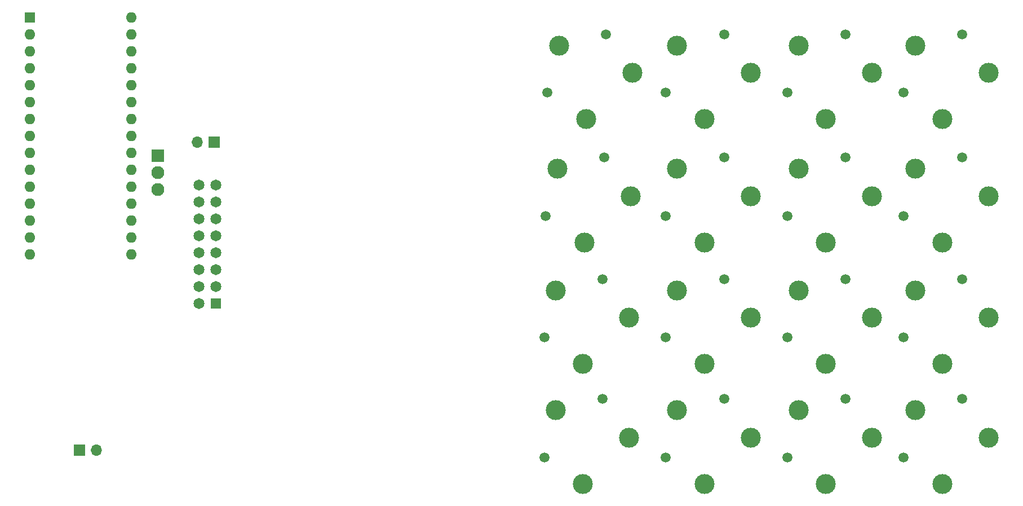
<source format=gbr>
%TF.GenerationSoftware,KiCad,Pcbnew,(5.1.7)-1*%
%TF.CreationDate,2020-10-31T18:56:13+01:00*%
%TF.ProjectId,MidiToCV,4d696469-546f-4435-962e-6b696361645f,rev?*%
%TF.SameCoordinates,Original*%
%TF.FileFunction,Soldermask,Bot*%
%TF.FilePolarity,Negative*%
%FSLAX46Y46*%
G04 Gerber Fmt 4.6, Leading zero omitted, Abs format (unit mm)*
G04 Created by KiCad (PCBNEW (5.1.7)-1) date 2020-10-31 18:56:13*
%MOMM*%
%LPD*%
G01*
G04 APERTURE LIST*
%ADD10C,1.500000*%
%ADD11C,3.000000*%
%ADD12C,1.935000*%
%ADD13R,1.935000X1.935000*%
%ADD14O,1.700000X1.700000*%
%ADD15R,1.700000X1.700000*%
%ADD16C,1.650000*%
%ADD17R,1.650000X1.650000*%
%ADD18O,1.600000X1.600000*%
%ADD19R,1.600000X1.600000*%
G04 APERTURE END LIST*
D10*
%TO.C,J14*%
X135540000Y-84070000D03*
D11*
X141360000Y-88050000D03*
X148300000Y-81110000D03*
D10*
X144320000Y-75290000D03*
D11*
X137250000Y-77000000D03*
%TD*%
D10*
%TO.C,J10*%
X135540000Y-66070000D03*
D11*
X141360000Y-70050000D03*
X148300000Y-63110000D03*
D10*
X144320000Y-57290000D03*
D11*
X137250000Y-59000000D03*
%TD*%
D10*
%TO.C,J6*%
X135540000Y-47820000D03*
D11*
X141360000Y-51800000D03*
X148300000Y-44860000D03*
D10*
X144320000Y-39040000D03*
D11*
X137250000Y-40750000D03*
%TD*%
D10*
%TO.C,J2*%
X135540000Y-29320000D03*
D11*
X141360000Y-33300000D03*
X148300000Y-26360000D03*
D10*
X144320000Y-20540000D03*
D11*
X137250000Y-22250000D03*
%TD*%
D10*
%TO.C,J8*%
X171290000Y-47820000D03*
D11*
X177110000Y-51800000D03*
X184050000Y-44860000D03*
D10*
X180070000Y-39040000D03*
D11*
X173000000Y-40750000D03*
%TD*%
D10*
%TO.C,J16*%
X171290000Y-84070000D03*
D11*
X177110000Y-88050000D03*
X184050000Y-81110000D03*
D10*
X180070000Y-75290000D03*
D11*
X173000000Y-77000000D03*
%TD*%
D10*
%TO.C,J15*%
X153790000Y-84070000D03*
D11*
X159610000Y-88050000D03*
X166550000Y-81110000D03*
D10*
X162570000Y-75290000D03*
D11*
X155500000Y-77000000D03*
%TD*%
D10*
%TO.C,J13*%
X117290000Y-84070000D03*
D11*
X123110000Y-88050000D03*
X130050000Y-81110000D03*
D10*
X126070000Y-75290000D03*
D11*
X119000000Y-77000000D03*
%TD*%
D10*
%TO.C,J12*%
X171290000Y-66070000D03*
D11*
X177110000Y-70050000D03*
X184050000Y-63110000D03*
D10*
X180070000Y-57290000D03*
D11*
X173000000Y-59000000D03*
%TD*%
D10*
%TO.C,J11*%
X153790000Y-66070000D03*
D11*
X159610000Y-70050000D03*
X166550000Y-63110000D03*
D10*
X162570000Y-57290000D03*
D11*
X155500000Y-59000000D03*
%TD*%
D10*
%TO.C,J9*%
X117290000Y-66070000D03*
D11*
X123110000Y-70050000D03*
X130050000Y-63110000D03*
D10*
X126070000Y-57290000D03*
D11*
X119000000Y-59000000D03*
%TD*%
D10*
%TO.C,J7*%
X153790000Y-47820000D03*
D11*
X159610000Y-51800000D03*
X166550000Y-44860000D03*
D10*
X162570000Y-39040000D03*
D11*
X155500000Y-40750000D03*
%TD*%
D10*
%TO.C,J5*%
X117540000Y-47820000D03*
D11*
X123360000Y-51800000D03*
X130300000Y-44860000D03*
D10*
X126320000Y-39040000D03*
D11*
X119250000Y-40750000D03*
%TD*%
D10*
%TO.C,J4*%
X171290000Y-29320000D03*
D11*
X177110000Y-33300000D03*
X184050000Y-26360000D03*
D10*
X180070000Y-20540000D03*
D11*
X173000000Y-22250000D03*
%TD*%
D10*
%TO.C,J1*%
X117790000Y-29320000D03*
D11*
X123610000Y-33300000D03*
X130550000Y-26360000D03*
D10*
X126570000Y-20540000D03*
D11*
X119500000Y-22250000D03*
%TD*%
D10*
%TO.C,J3*%
X153790000Y-29320000D03*
D11*
X159610000Y-33300000D03*
X166550000Y-26360000D03*
D10*
X162570000Y-20540000D03*
D11*
X155500000Y-22250000D03*
%TD*%
D12*
%TO.C,Q1*%
X59250000Y-43830000D03*
X59250000Y-41290000D03*
D13*
X59250000Y-38750000D03*
%TD*%
D14*
%TO.C,J19*%
X65210000Y-36750000D03*
D15*
X67750000Y-36750000D03*
%TD*%
D14*
%TO.C,J18*%
X50040000Y-83000000D03*
D15*
X47500000Y-83000000D03*
%TD*%
D16*
%TO.C,J17*%
X65460000Y-43220000D03*
X68000000Y-43220000D03*
X65460000Y-45760000D03*
X68000000Y-45760000D03*
X65460000Y-48300000D03*
X68000000Y-48300000D03*
X65460000Y-50840000D03*
X68000000Y-50840000D03*
X65460000Y-53380000D03*
X68000000Y-53380000D03*
X65460000Y-55920000D03*
X68000000Y-55920000D03*
X65460000Y-58460000D03*
X68000000Y-58460000D03*
X65460000Y-61000000D03*
D17*
X68000000Y-61000000D03*
%TD*%
D18*
%TO.C,A1*%
X55240000Y-53560000D03*
X40000000Y-53560000D03*
X55240000Y-18000000D03*
X40000000Y-51020000D03*
X55240000Y-20540000D03*
X40000000Y-48480000D03*
X55240000Y-23080000D03*
X40000000Y-45940000D03*
X55240000Y-25620000D03*
X40000000Y-43400000D03*
X55240000Y-28160000D03*
X40000000Y-40860000D03*
X55240000Y-30700000D03*
X40000000Y-38320000D03*
X55240000Y-33240000D03*
X40000000Y-35780000D03*
X55240000Y-35780000D03*
X40000000Y-33240000D03*
X55240000Y-38320000D03*
X40000000Y-30700000D03*
X55240000Y-40860000D03*
X40000000Y-28160000D03*
X55240000Y-43400000D03*
X40000000Y-25620000D03*
X55240000Y-45940000D03*
X40000000Y-23080000D03*
X55240000Y-48480000D03*
X40000000Y-20540000D03*
X55240000Y-51020000D03*
D19*
X40000000Y-18000000D03*
%TD*%
M02*

</source>
